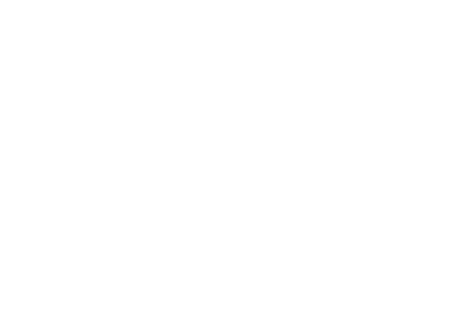
<source format=gtp>
G04*
G04 #@! TF.GenerationSoftware,Altium Limited,Altium Designer,20.0.2 (26)*
G04*
G04 Layer_Color=8421504*
%FSLAX44Y44*%
%MOMM*%
G71*
G01*
G75*
D20*
X529290Y1266630D02*
D03*
D21*
X343290Y1453958D02*
D03*
X459290Y1518630D02*
D03*
D22*
X708290Y1285630D02*
D03*
X710584Y1380630D02*
D03*
X709290Y1478630D02*
D03*
D23*
X366290Y1375630D02*
D03*
D24*
Y1401030D02*
D03*
Y1426430D02*
D03*
D25*
X380290Y1329630D02*
D03*
X390290D02*
D03*
X400290D02*
D03*
X410290D02*
D03*
X420290D02*
D03*
D26*
X430290D02*
D03*
D27*
X447560Y1275360D02*
D03*
D28*
X380060Y1252460D02*
D03*
Y1298260D02*
D03*
D29*
X398290Y1433615D02*
D03*
Y1419645D02*
D03*
Y1402625D02*
D03*
Y1388655D02*
D03*
X529290Y1315615D02*
D03*
Y1301645D02*
D03*
X547290Y1315615D02*
D03*
Y1301645D02*
D03*
X646290Y1450645D02*
D03*
Y1464615D02*
D03*
X599680Y1497755D02*
D03*
Y1511725D02*
D03*
X582660Y1511725D02*
D03*
Y1497755D02*
D03*
Y1462195D02*
D03*
Y1476165D02*
D03*
X645790Y1349389D02*
D03*
Y1363360D02*
D03*
X599701Y1391005D02*
D03*
Y1404975D02*
D03*
X582680Y1404975D02*
D03*
Y1391005D02*
D03*
Y1355445D02*
D03*
Y1369415D02*
D03*
X646180Y1253845D02*
D03*
Y1267815D02*
D03*
X600460Y1297025D02*
D03*
Y1310995D02*
D03*
X582680Y1260829D02*
D03*
Y1274799D02*
D03*
X582790Y1306365D02*
D03*
Y1292395D02*
D03*
X419077Y1493945D02*
D03*
Y1479975D02*
D03*
X448290Y1487600D02*
D03*
Y1473630D02*
D03*
X510988Y1473631D02*
D03*
Y1487601D02*
D03*
D30*
X564305Y1333630D02*
D03*
X578275D02*
D03*
X632305Y1484910D02*
D03*
X646275D02*
D03*
X639790Y1380380D02*
D03*
X653760D02*
D03*
X632845Y1286230D02*
D03*
X646815D02*
D03*
X553805Y1424380D02*
D03*
X567775D02*
D03*
X433042Y1511961D02*
D03*
X419072D02*
D03*
X506275Y1313630D02*
D03*
X492305D02*
D03*
D31*
X633143Y1505486D02*
D03*
X667433D02*
D03*
X638143Y1401680D02*
D03*
X672433D02*
D03*
X636662Y1308078D02*
D03*
X670953D02*
D03*
X382144Y1454580D02*
D03*
X416434D02*
D03*
D32*
X600290Y1468128D02*
D03*
Y1449128D02*
D03*
X622290Y1458628D02*
D03*
X600790Y1373878D02*
D03*
Y1354878D02*
D03*
X622790Y1364378D02*
D03*
X600224Y1270328D02*
D03*
Y1251328D02*
D03*
X622224Y1260828D02*
D03*
D33*
X667290Y1450880D02*
D03*
Y1482380D02*
D03*
X673792Y1348630D02*
D03*
Y1380130D02*
D03*
X667290Y1255240D02*
D03*
Y1286740D02*
D03*
D34*
X521650Y1416764D02*
D03*
Y1408764D02*
D03*
Y1400764D02*
D03*
Y1392764D02*
D03*
Y1384764D02*
D03*
Y1376764D02*
D03*
Y1368764D02*
D03*
Y1360764D02*
D03*
X435650D02*
D03*
Y1368764D02*
D03*
Y1376764D02*
D03*
Y1384764D02*
D03*
Y1392764D02*
D03*
Y1400764D02*
D03*
Y1408764D02*
D03*
Y1416764D02*
D03*
D35*
X506650Y1345764D02*
D03*
X498650D02*
D03*
X490650D02*
D03*
X482650D02*
D03*
X474650D02*
D03*
X466650D02*
D03*
X458650D02*
D03*
X450650D02*
D03*
Y1431764D02*
D03*
X458650D02*
D03*
X466650D02*
D03*
X474650D02*
D03*
X482650D02*
D03*
X490650D02*
D03*
X498650D02*
D03*
X506650D02*
D03*
D36*
X399290Y1478918D02*
D03*
Y1508918D02*
D03*
D37*
X397290Y1493918D02*
D03*
D38*
X372290D02*
D03*
D39*
X489707Y1489505D02*
D03*
X467707D02*
D03*
Y1472505D02*
D03*
X489707D02*
D03*
D40*
X504289Y1294131D02*
D03*
Y1275131D02*
D03*
M02*

</source>
